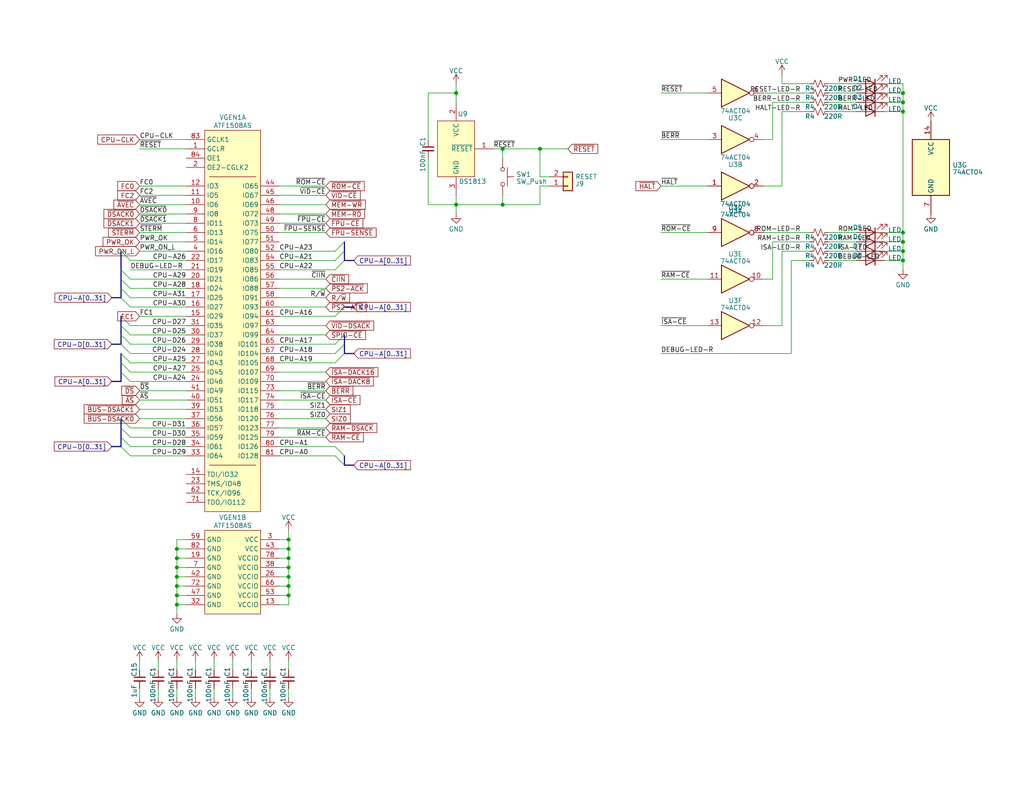
<source format=kicad_sch>
(kicad_sch (version 20230121) (generator eeschema)
  (paper "USLetter")
  (title_block (title "Wrap030-ATX Mainboard") (date "2023-03-26") (rev "1") (company "techav"))
  (junction (at 48.26 149.86))
  (junction (at 78.74 149.86))
  (junction (at 246.38 30.48))
  (junction (at 137.16 55.88))
  (junction (at 48.26 165.1))
  (junction (at 48.26 160.02))
  (junction (at 246.38 27.94))
  (junction (at 78.74 154.94))
  (junction (at 78.74 162.56))
  (junction (at 48.26 152.4))
  (junction (at 246.38 25.4))
  (junction (at 78.74 160.02))
  (junction (at 48.26 162.56))
  (junction (at 124.46 55.88))
  (junction (at 78.74 147.32))
  (junction (at 246.38 68.58))
  (junction (at 78.74 157.48))
  (junction (at 137.16 40.64))
  (junction (at 246.38 71.12))
  (junction (at 48.26 154.94))
  (junction (at 147.32 40.64))
  (junction (at 48.26 157.48))
  (junction (at 246.38 63.5))
  (junction (at 246.38 66.04))
  (junction (at 78.74 152.4))
  (junction (at 124.46 25.4))
  (bus_entry (at 93.98 68.58) (size -2.54 2.54))
  (bus_entry (at 93.98 66.04) (size -2.54 2.54))
  (bus_entry (at 33.02 93.98) (size 2.54 2.54))
  (bus_entry (at 33.02 114.3) (size 2.54 2.54))
  (bus_entry (at 33.02 99.06) (size 2.54 2.54))
  (bus_entry (at 93.98 127) (size -2.54 -2.54))
  (bus_entry (at 93.98 93.98) (size -2.54 2.54))
  (bus_entry (at 33.02 119.38) (size 2.54 2.54))
  (bus_entry (at 33.02 96.52) (size 2.54 2.54))
  (bus_entry (at 93.98 124.46) (size -2.54 -2.54))
  (bus_entry (at 93.98 83.82) (size -2.54 2.54))
  (bus_entry (at 33.02 86.36) (size 2.54 2.54))
  (bus_entry (at 33.02 116.84) (size 2.54 2.54))
  (bus_entry (at 93.98 91.44) (size -2.54 2.54))
  (bus_entry (at 93.98 71.12) (size -2.54 2.54))
  (bus_entry (at 33.02 91.44) (size 2.54 2.54))
  (bus_entry (at 33.02 88.9) (size 2.54 2.54))
  (bus_entry (at 33.02 81.28) (size 2.54 2.54))
  (bus_entry (at 33.02 68.58) (size 2.54 2.54))
  (bus_entry (at 93.98 96.52) (size -2.54 2.54))
  (bus_entry (at 33.02 73.66) (size 2.54 2.54))
  (bus_entry (at 33.02 121.92) (size 2.54 2.54))
  (bus_entry (at 33.02 101.6) (size 2.54 2.54))
  (bus_entry (at 33.02 78.74) (size 2.54 2.54))
  (bus_entry (at 33.02 76.2) (size 2.54 2.54))
  (wire (pts (xy 76.2 157.48) (xy 78.74 157.48)))
  (wire (pts (xy 48.26 165.1) (xy 48.26 167.64)))
  (bus (pts (xy 93.98 66.04) (xy 93.98 68.58)))
  (wire (pts (xy 48.26 149.86) (xy 50.8 149.86)))
  (wire (pts (xy 241.3 66.04) (xy 246.38 66.04)))
  (wire (pts (xy 76.2 160.02) (xy 78.74 160.02)))
  (bus (pts (xy 33.02 119.38) (xy 33.02 121.92)))
  (wire (pts (xy 241.3 68.58) (xy 246.38 68.58)))
  (bus (pts (xy 93.98 124.46) (xy 93.98 127)))
  (wire (pts (xy 50.8 81.28) (xy 35.56 81.28)))
  (wire (pts (xy 147.32 50.8) (xy 147.32 55.88)))
  (bus (pts (xy 33.02 81.28) (xy 30.48 81.28)))
  (wire (pts (xy 48.26 160.02) (xy 50.8 160.02)))
  (wire (pts (xy 149.86 50.8) (xy 147.32 50.8)))
  (wire (pts (xy 76.2 165.1) (xy 78.74 165.1)))
  (wire (pts (xy 76.2 154.94) (xy 78.74 154.94)))
  (wire (pts (xy 208.28 50.8) (xy 213.36 50.8)))
  (wire (pts (xy 76.2 149.86) (xy 78.74 149.86)))
  (wire (pts (xy 63.5 190.5) (xy 63.5 187.96)))
  (wire (pts (xy 88.9 101.6) (xy 76.2 101.6)))
  (wire (pts (xy 241.3 71.12) (xy 246.38 71.12)))
  (bus (pts (xy 33.02 91.44) (xy 33.02 93.98)))
  (wire (pts (xy 76.2 68.58) (xy 91.44 68.58)))
  (wire (pts (xy 137.16 43.18) (xy 137.16 40.64)))
  (wire (pts (xy 124.46 55.88) (xy 137.16 55.88)))
  (wire (pts (xy 48.26 154.94) (xy 50.8 154.94)))
  (wire (pts (xy 50.8 111.76) (xy 38.1 111.76)))
  (wire (pts (xy 50.8 106.68) (xy 38.1 106.68)))
  (bus (pts (xy 33.02 104.14) (xy 30.48 104.14)))
  (wire (pts (xy 88.9 60.96) (xy 76.2 60.96)))
  (wire (pts (xy 147.32 55.88) (xy 137.16 55.88)))
  (wire (pts (xy 213.36 20.32) (xy 213.36 22.86)))
  (wire (pts (xy 116.84 25.4) (xy 124.46 25.4)))
  (wire (pts (xy 88.9 88.9) (xy 76.2 88.9)))
  (wire (pts (xy 246.38 27.94) (xy 246.38 30.48)))
  (wire (pts (xy 88.9 109.22) (xy 76.2 109.22)))
  (wire (pts (xy 88.9 116.84) (xy 76.2 116.84)))
  (wire (pts (xy 124.46 22.86) (xy 124.46 25.4)))
  (wire (pts (xy 48.26 157.48) (xy 50.8 157.48)))
  (wire (pts (xy 213.36 50.8) (xy 213.36 30.48)))
  (wire (pts (xy 58.42 190.5) (xy 58.42 187.96)))
  (wire (pts (xy 124.46 53.34) (xy 124.46 55.88)))
  (wire (pts (xy 137.16 40.64) (xy 134.62 40.64)))
  (wire (pts (xy 50.8 93.98) (xy 35.56 93.98)))
  (bus (pts (xy 33.02 88.9) (xy 33.02 91.44)))
  (bus (pts (xy 93.98 71.12) (xy 96.52 71.12)))
  (wire (pts (xy 76.2 78.74) (xy 88.9 78.74)))
  (wire (pts (xy 48.26 149.86) (xy 48.26 152.4)))
  (wire (pts (xy 137.16 40.64) (xy 147.32 40.64)))
  (wire (pts (xy 124.46 55.88) (xy 124.46 58.42)))
  (wire (pts (xy 241.3 30.48) (xy 246.38 30.48)))
  (wire (pts (xy 43.18 190.5) (xy 43.18 187.96)))
  (wire (pts (xy 208.28 63.5) (xy 220.98 63.5)))
  (wire (pts (xy 88.9 119.38) (xy 76.2 119.38)))
  (wire (pts (xy 78.74 190.5) (xy 78.74 187.96)))
  (wire (pts (xy 76.2 93.98) (xy 91.44 93.98)))
  (bus (pts (xy 33.02 114.3) (xy 33.02 116.84)))
  (wire (pts (xy 210.82 38.1) (xy 210.82 27.94)))
  (wire (pts (xy 50.8 88.9) (xy 35.56 88.9)))
  (wire (pts (xy 246.38 25.4) (xy 246.38 27.94)))
  (wire (pts (xy 226.06 68.58) (xy 233.68 68.58)))
  (wire (pts (xy 78.74 144.78) (xy 78.74 147.32)))
  (wire (pts (xy 88.9 91.44) (xy 76.2 91.44)))
  (wire (pts (xy 76.2 124.46) (xy 91.44 124.46)))
  (bus (pts (xy 33.02 73.66) (xy 33.02 76.2)))
  (wire (pts (xy 38.1 38.1) (xy 50.8 38.1)))
  (wire (pts (xy 210.82 27.94) (xy 220.98 27.94)))
  (wire (pts (xy 76.2 99.06) (xy 91.44 99.06)))
  (wire (pts (xy 78.74 162.56) (xy 78.74 165.1)))
  (wire (pts (xy 88.9 106.68) (xy 76.2 106.68)))
  (wire (pts (xy 50.8 99.06) (xy 35.56 99.06)))
  (wire (pts (xy 241.3 63.5) (xy 246.38 63.5)))
  (wire (pts (xy 48.26 147.32) (xy 50.8 147.32)))
  (wire (pts (xy 50.8 124.46) (xy 35.56 124.46)))
  (wire (pts (xy 58.42 180.34) (xy 58.42 182.88)))
  (wire (pts (xy 180.34 50.8) (xy 193.04 50.8)))
  (wire (pts (xy 50.8 104.14) (xy 35.56 104.14)))
  (bus (pts (xy 30.48 93.98) (xy 33.02 93.98)))
  (wire (pts (xy 241.3 27.94) (xy 246.38 27.94)))
  (wire (pts (xy 88.9 53.34) (xy 76.2 53.34)))
  (wire (pts (xy 78.74 180.34) (xy 78.74 182.88)))
  (wire (pts (xy 233.68 66.04) (xy 226.06 66.04)))
  (wire (pts (xy 246.38 30.48) (xy 246.38 63.5)))
  (wire (pts (xy 48.26 147.32) (xy 48.26 149.86)))
  (wire (pts (xy 208.28 25.4) (xy 220.98 25.4)))
  (wire (pts (xy 246.38 63.5) (xy 246.38 66.04)))
  (wire (pts (xy 233.68 22.86) (xy 226.06 22.86)))
  (wire (pts (xy 116.84 25.4) (xy 116.84 38.1)))
  (wire (pts (xy 88.9 50.8) (xy 76.2 50.8)))
  (wire (pts (xy 226.06 30.48) (xy 233.68 30.48)))
  (wire (pts (xy 48.26 162.56) (xy 50.8 162.56)))
  (wire (pts (xy 180.34 88.9) (xy 193.04 88.9)))
  (wire (pts (xy 68.58 190.5) (xy 68.58 187.96)))
  (wire (pts (xy 180.34 38.1) (xy 193.04 38.1)))
  (wire (pts (xy 50.8 60.96) (xy 38.1 60.96)))
  (wire (pts (xy 116.84 43.18) (xy 116.84 55.88)))
  (wire (pts (xy 73.66 190.5) (xy 73.66 187.96)))
  (wire (pts (xy 246.38 71.12) (xy 246.38 73.66)))
  (wire (pts (xy 246.38 22.86) (xy 246.38 25.4)))
  (wire (pts (xy 124.46 25.4) (xy 124.46 27.94)))
  (wire (pts (xy 213.36 22.86) (xy 220.98 22.86)))
  (wire (pts (xy 246.38 68.58) (xy 246.38 71.12)))
  (wire (pts (xy 78.74 154.94) (xy 78.74 157.48)))
  (wire (pts (xy 226.06 63.5) (xy 233.68 63.5)))
  (bus (pts (xy 33.02 68.58) (xy 33.02 73.66)))
  (wire (pts (xy 210.82 66.04) (xy 220.98 66.04)))
  (wire (pts (xy 48.26 190.5) (xy 48.26 187.96)))
  (wire (pts (xy 50.8 71.12) (xy 35.56 71.12)))
  (wire (pts (xy 50.8 78.74) (xy 35.56 78.74)))
  (wire (pts (xy 76.2 73.66) (xy 91.44 73.66)))
  (wire (pts (xy 68.58 180.34) (xy 68.58 182.88)))
  (wire (pts (xy 213.36 88.9) (xy 213.36 68.58)))
  (wire (pts (xy 38.1 190.5) (xy 38.1 187.96)))
  (wire (pts (xy 50.8 76.2) (xy 35.56 76.2)))
  (wire (pts (xy 50.8 121.92) (xy 35.56 121.92)))
  (bus (pts (xy 33.02 86.36) (xy 33.02 88.9)))
  (wire (pts (xy 76.2 83.82) (xy 88.9 83.82)))
  (wire (pts (xy 53.34 190.5) (xy 53.34 187.96)))
  (wire (pts (xy 50.8 53.34) (xy 38.1 53.34)))
  (wire (pts (xy 137.16 55.88) (xy 137.16 53.34)))
  (wire (pts (xy 78.74 152.4) (xy 78.74 154.94)))
  (wire (pts (xy 76.2 121.92) (xy 91.44 121.92)))
  (wire (pts (xy 88.9 58.42) (xy 76.2 58.42)))
  (wire (pts (xy 48.26 152.4) (xy 50.8 152.4)))
  (wire (pts (xy 76.2 96.52) (xy 91.44 96.52)))
  (wire (pts (xy 213.36 68.58) (xy 220.98 68.58)))
  (wire (pts (xy 78.74 147.32) (xy 78.74 149.86)))
  (wire (pts (xy 180.34 76.2) (xy 193.04 76.2)))
  (wire (pts (xy 38.1 63.5) (xy 50.8 63.5)))
  (wire (pts (xy 50.8 58.42) (xy 38.1 58.42)))
  (wire (pts (xy 43.18 180.34) (xy 43.18 182.88)))
  (wire (pts (xy 246.38 66.04) (xy 246.38 68.58)))
  (wire (pts (xy 50.8 96.52) (xy 35.56 96.52)))
  (wire (pts (xy 226.06 25.4) (xy 233.68 25.4)))
  (wire (pts (xy 76.2 86.36) (xy 91.44 86.36)))
  (wire (pts (xy 116.84 55.88) (xy 124.46 55.88)))
  (wire (pts (xy 180.34 63.5) (xy 193.04 63.5)))
  (wire (pts (xy 78.74 160.02) (xy 78.74 162.56)))
  (wire (pts (xy 48.26 160.02) (xy 48.26 162.56)))
  (bus (pts (xy 93.98 127) (xy 96.52 127)))
  (wire (pts (xy 63.5 180.34) (xy 63.5 182.88)))
  (wire (pts (xy 38.1 66.04) (xy 50.8 66.04)))
  (wire (pts (xy 147.32 40.64) (xy 154.94 40.64)))
  (wire (pts (xy 50.8 114.3) (xy 38.1 114.3)))
  (wire (pts (xy 48.26 154.94) (xy 48.26 157.48)))
  (wire (pts (xy 233.68 27.94) (xy 226.06 27.94)))
  (wire (pts (xy 88.9 104.14) (xy 76.2 104.14)))
  (bus (pts (xy 93.98 91.44) (xy 93.98 93.98)))
  (wire (pts (xy 76.2 162.56) (xy 78.74 162.56)))
  (bus (pts (xy 33.02 101.6) (xy 33.02 104.14)))
  (bus (pts (xy 33.02 116.84) (xy 33.02 119.38)))
  (wire (pts (xy 48.26 180.34) (xy 48.26 182.88)))
  (wire (pts (xy 76.2 111.76) (xy 88.9 111.76)))
  (wire (pts (xy 48.26 165.1) (xy 50.8 165.1)))
  (wire (pts (xy 50.8 86.36) (xy 38.1 86.36)))
  (wire (pts (xy 213.36 30.48) (xy 220.98 30.48)))
  (wire (pts (xy 147.32 40.64) (xy 147.32 48.26)))
  (bus (pts (xy 30.48 121.92) (xy 33.02 121.92)))
  (wire (pts (xy 78.74 157.48) (xy 78.74 160.02)))
  (wire (pts (xy 50.8 91.44) (xy 35.56 91.44)))
  (wire (pts (xy 180.34 96.52) (xy 215.9 96.52)))
  (wire (pts (xy 48.26 157.48) (xy 48.26 160.02)))
  (wire (pts (xy 50.8 50.8) (xy 38.1 50.8)))
  (wire (pts (xy 50.8 101.6) (xy 35.56 101.6)))
  (wire (pts (xy 53.34 180.34) (xy 53.34 182.88)))
  (wire (pts (xy 208.28 88.9) (xy 213.36 88.9)))
  (wire (pts (xy 38.1 40.64) (xy 50.8 40.64)))
  (bus (pts (xy 33.02 99.06) (xy 33.02 101.6)))
  (wire (pts (xy 48.26 162.56) (xy 48.26 165.1)))
  (wire (pts (xy 88.9 55.88) (xy 76.2 55.88)))
  (bus (pts (xy 93.98 68.58) (xy 93.98 71.12)))
  (wire (pts (xy 220.98 71.12) (xy 215.9 71.12)))
  (wire (pts (xy 76.2 114.3) (xy 88.9 114.3)))
  (bus (pts (xy 93.98 83.82) (xy 96.52 83.82)))
  (wire (pts (xy 76.2 147.32) (xy 78.74 147.32)))
  (wire (pts (xy 76.2 81.28) (xy 88.9 81.28)))
  (wire (pts (xy 73.66 180.34) (xy 73.66 182.88)))
  (wire (pts (xy 38.1 55.88) (xy 50.8 55.88)))
  (wire (pts (xy 241.3 25.4) (xy 246.38 25.4)))
  (wire (pts (xy 226.06 71.12) (xy 233.68 71.12)))
  (wire (pts (xy 50.8 119.38) (xy 35.56 119.38)))
  (wire (pts (xy 76.2 63.5) (xy 88.9 63.5)))
  (wire (pts (xy 149.86 48.26) (xy 147.32 48.26)))
  (bus (pts (xy 33.02 76.2) (xy 33.02 78.74)))
  (wire (pts (xy 180.34 25.4) (xy 193.04 25.4)))
  (bus (pts (xy 93.98 96.52) (xy 96.52 96.52)))
  (wire (pts (xy 210.82 76.2) (xy 210.82 66.04)))
  (wire (pts (xy 38.1 68.58) (xy 50.8 68.58)))
  (bus (pts (xy 33.02 96.52) (xy 33.02 99.06)))
  (bus (pts (xy 33.02 78.74) (xy 33.02 81.28)))
  (wire (pts (xy 208.28 76.2) (xy 210.82 76.2)))
  (wire (pts (xy 76.2 71.12) (xy 91.44 71.12)))
  (wire (pts (xy 78.74 149.86) (xy 78.74 152.4)))
  (wire (pts (xy 38.1 180.34) (xy 38.1 182.88)))
  (wire (pts (xy 50.8 116.84) (xy 35.56 116.84)))
  (wire (pts (xy 88.9 76.2) (xy 76.2 76.2)))
  (wire (pts (xy 215.9 71.12) (xy 215.9 96.52)))
  (wire (pts (xy 50.8 83.82) (xy 35.56 83.82)))
  (wire (pts (xy 208.28 38.1) (xy 210.82 38.1)))
  (wire (pts (xy 241.3 22.86) (xy 246.38 22.86)))
  (bus (pts (xy 93.98 93.98) (xy 93.98 96.52)))
  (wire (pts (xy 35.56 73.66) (xy 50.8 73.66)))
  (wire (pts (xy 50.8 109.22) (xy 38.1 109.22)))
  (wire (pts (xy 48.26 152.4) (xy 48.26 154.94)))
  (wire (pts (xy 76.2 152.4) (xy 78.74 152.4)))
  (label "~{CIIN}" (at 88.9 76.2 180))
  (label "CPU-A27" (at 50.8 101.6 180))
  (label "CPU-CLK" (at 38.1 38.1 0))
  (label "~{RESET}" (at 38.1 40.64 0))
  (label "CPU-A31" (at 50.8 81.28 180))
  (label "FC2" (at 38.1 53.34 0))
  (label "RAM-LED" (at 228.6 66.04 0))
  (label "SIZ1" (at 88.9 111.76 180))
  (label "CPU-A30" (at 50.8 83.82 180))
  (label "CPU-A17" (at 76.2 93.98 0))
  (label "CPU-A25" (at 50.8 99.06 180))
  (label "CPU-A1" (at 76.2 121.92 0))
  (label "PWR-LED" (at 228.6 22.86 0))
  (label "CPU-A16" (at 76.2 86.36 0))
  (label "BERR-LED-R" (at 218.44 27.94 180))
  (label "R{slash}~{W}" (at 88.9 81.28 180))
  (label "~{AVEC}" (at 38.1 55.88 0))
  (label "~{ROM-CE}" (at 180.34 63.5 0))
  (label "CPU-D25" (at 50.8 91.44 180))
  (label "CPU-D28" (at 50.8 121.92 180))
  (label "~{RAM-CE}" (at 88.9 119.38 180))
  (label "CPU-A19" (at 76.2 99.06 0))
  (label "SIZ0" (at 88.9 114.3 180))
  (label "~{BERR}" (at 88.9 106.68 180))
  (label "~{RESET}" (at 180.34 25.4 0))
  (label "~{HALT}" (at 180.34 50.8 0))
  (label "~{FPU-CE}" (at 88.9 60.96 180))
  (label "BERR-LED" (at 228.6 27.94 0))
  (label "CPU-A29" (at 50.8 76.2 180))
  (label "CPU-D29" (at 50.8 124.46 180))
  (label "~{DS}" (at 38.1 106.68 0))
  (label "~{FPU-SENSE}" (at 88.9 63.5 180))
  (label "CPU-A21" (at 76.2 71.12 0))
  (label "~{RAM-CE}" (at 180.34 76.2 0))
  (label "CPU-A22" (at 76.2 73.66 0))
  (label "ISA-LED" (at 228.6 68.58 0))
  (label "~{BERR}" (at 180.34 38.1 0))
  (label "~{STERM}" (at 38.1 63.5 0))
  (label "~{AS}" (at 38.1 109.22 0))
  (label "FC0" (at 38.1 50.8 0))
  (label "CPU-D31" (at 50.8 116.84 180))
  (label "CPU-A24" (at 50.8 104.14 180))
  (label "CPU-A28" (at 50.8 78.74 180))
  (label "~{DSACK0}" (at 38.1 58.42 0))
  (label "CPU-D24" (at 50.8 96.52 180))
  (label "~{ROM-CE}" (at 88.9 50.8 180))
  (label "CPU-A0" (at 76.2 124.46 0))
  (label "ISA-LED-R" (at 218.44 68.58 180))
  (label "CPU-D30" (at 50.8 119.38 180))
  (label "~{VID-CE}" (at 88.9 53.34 180))
  (label "HALT-LED" (at 228.6 30.48 0))
  (label "CPU-A18" (at 76.2 96.52 0))
  (label "CPU-A26" (at 50.8 71.12 180))
  (label "PWR_ON_L" (at 38.1 68.58 0))
  (label "DEBUG-LED-R" (at 35.56 73.66 0))
  (label "DEBUG-LED-R" (at 180.34 96.52 0))
  (label "RESET-LED" (at 228.6 25.4 0))
  (label "DEBUG-LED" (at 228.6 71.12 0))
  (label "~{DSACK1}" (at 38.1 60.96 0))
  (label "PWR_OK" (at 38.1 66.04 0))
  (label "ROM-LED" (at 228.6 63.5 0))
  (label "~{ISA-CE}" (at 180.34 88.9 0))
  (label "~{RESET}" (at 134.62 40.64 0))
  (label "FC1" (at 38.1 86.36 0))
  (label "RAM-LED-R" (at 218.44 66.04 180))
  (label "~{ISA-CE}" (at 88.9 109.22 180))
  (label "CPU-A23" (at 76.2 68.58 0))
  (label "HALT-LED-R" (at 218.44 30.48 180))
  (label "CPU-D26" (at 50.8 93.98 180))
  (label "CPU-D27" (at 50.8 88.9 180))
  (label "RESET-LED-R" (at 218.44 25.4 180))
  (label "ROM-LED-R" (at 218.44 63.5 180))
  (global_label "~{ISA-CE}" (shape input) (at 88.9 109.22 0) (property "Intersheetrefs" "${INTERSHEET_REFS}" (effects hide)))
  (global_label "~{ROM-CE}" (shape input) (at 88.9 50.8 0) (property "Intersheetrefs" "${INTERSHEET_REFS}" (effects hide)))
  (global_label "~{RESET}" (shape input) (at 154.94 40.64 0) (property "Intersheetrefs" "${INTERSHEET_REFS}" (effects hide)))
  (global_label "~{AS}" (shape input) (at 38.1 109.22 180) (property "Intersheetrefs" "${INTERSHEET_REFS}" (effects hide)))
  (global_label "~{BUS-DSACK1}" (shape input) (at 38.1 111.76 180) (property "Intersheetrefs" "${INTERSHEET_REFS}" (effects hide)))
  (global_label "~{PS2-ATN}" (shape input) (at 88.9 83.82 0) (property "Intersheetrefs" "${INTERSHEET_REFS}" (effects hide)))
  (global_label "~{DS}" (shape input) (at 38.1 106.68 180) (property "Intersheetrefs" "${INTERSHEET_REFS}" (effects hide)))
  (global_label "FC1" (shape input) (at 38.1 86.36 180) (property "Intersheetrefs" "${INTERSHEET_REFS}" (effects hide)))
  (global_label "CPU-A[0..31]" (shape input) (at 96.52 96.52 0) (property "Intersheetrefs" "${INTERSHEET_REFS}" (effects hide)))
  (global_label "~{FPU-SENSE}" (shape input) (at 88.9 63.5 0) (property "Intersheetrefs" "${INTERSHEET_REFS}" (effects hide)))
  (global_label "SIZ0" (shape input) (at 88.9 114.3 0) (property "Intersheetrefs" "${INTERSHEET_REFS}" (effects hide)))
  (global_label "CPU-D[0..31]" (shape input) (at 30.48 93.98 180) (property "Intersheetrefs" "${INTERSHEET_REFS}" (effects hide)))
  (global_label "~{CIIN}" (shape input) (at 88.9 76.2 0) (property "Intersheetrefs" "${INTERSHEET_REFS}" (effects hide)))
  (global_label "~{PS2-ACK}" (shape input) (at 88.9 78.74 0) (property "Intersheetrefs" "${INTERSHEET_REFS}" (effects hide)))
  (global_label "~{MEM-WR}" (shape input) (at 88.9 55.88 0) (property "Intersheetrefs" "${INTERSHEET_REFS}" (effects hide)))
  (global_label "SIZ1" (shape input) (at 88.9 111.76 0) (property "Intersheetrefs" "${INTERSHEET_REFS}" (effects hide)))
  (global_label "~{DSACK1}" (shape input) (at 38.1 60.96 180) (property "Intersheetrefs" "${INTERSHEET_REFS}" (effects hide)))
  (global_label "~{AVEC}" (shape input) (at 38.1 55.88 180) (property "Intersheetrefs" "${INTERSHEET_REFS}" (effects hide)))
  (global_label "~{SPIO-CE}" (shape input) (at 88.9 91.44 0) (property "Intersheetrefs" "${INTERSHEET_REFS}" (effects hide)))
  (global_label "PWR_ON_L" (shape input) (at 38.1 68.58 180) (property "Intersheetrefs" "${INTERSHEET_REFS}" (effects hide)))
  (global_label "CPU-A[0..31]" (shape input) (at 96.52 71.12 0) (property "Intersheetrefs" "${INTERSHEET_REFS}" (effects hide)))
  (global_label "~{BERR}" (shape input) (at 88.9 106.68 0) (property "Intersheetrefs" "${INTERSHEET_REFS}" (effects hide)))
  (global_label "~{FPU-CE}" (shape input) (at 88.9 60.96 0) (property "Intersheetrefs" "${INTERSHEET_REFS}" (effects hide)))
  (global_label "~{MEM-RD}" (shape input) (at 88.9 58.42 0) (property "Intersheetrefs" "${INTERSHEET_REFS}" (effects hide)))
  (global_label "CPU-A[0..31]" (shape input) (at 30.48 104.14 180) (property "Intersheetrefs" "${INTERSHEET_REFS}" (effects hide)))
  (global_label "~{ISA-DACK16}" (shape input) (at 88.9 101.6 0) (property "Intersheetrefs" "${INTERSHEET_REFS}" (effects hide)))
  (global_label "CPU-D[0..31]" (shape input) (at 30.48 121.92 180) (property "Intersheetrefs" "${INTERSHEET_REFS}" (effects hide)))
  (global_label "~{VID-CE}" (shape input) (at 88.9 53.34 0) (property "Intersheetrefs" "${INTERSHEET_REFS}" (effects hide)))
  (global_label "~{HALT}" (shape input) (at 180.34 50.8 180) (property "Intersheetrefs" "${INTERSHEET_REFS}" (effects hide)))
  (global_label "~{ISA-DACK8}" (shape input) (at 88.9 104.14 0) (property "Intersheetrefs" "${INTERSHEET_REFS}" (effects hide)))
  (global_label "~{RAM-DSACK}" (shape input) (at 88.9 116.84 0) (property "Intersheetrefs" "${INTERSHEET_REFS}" (effects hide)))
  (global_label "CPU-A[0..31]" (shape input) (at 96.52 127 0) (property "Intersheetrefs" "${INTERSHEET_REFS}" (effects hide)))
  (global_label "CPU-A[0..31]" (shape input) (at 96.52 83.82 0) (property "Intersheetrefs" "${INTERSHEET_REFS}" (effects hide)))
  (global_label "~{VID-DSACK}" (shape input) (at 88.9 88.9 0) (property "Intersheetrefs" "${INTERSHEET_REFS}" (effects hide)))
  (global_label "~{DSACK0}" (shape input) (at 38.1 58.42 180) (property "Intersheetrefs" "${INTERSHEET_REFS}" (effects hide)))
  (global_label "CPU-CLK" (shape input) (at 38.1 38.1 180) (property "Intersheetrefs" "${INTERSHEET_REFS}" (effects hide)))
  (global_label "FC0" (shape input) (at 38.1 50.8 180) (property "Intersheetrefs" "${INTERSHEET_REFS}" (effects hide)))
  (global_label "PWR_OK" (shape input) (at 38.1 66.04 180) (property "Intersheetrefs" "${INTERSHEET_REFS}" (effects hide)))
  (global_label "~{RAM-CE}" (shape input) (at 88.9 119.38 0) (property "Intersheetrefs" "${INTERSHEET_REFS}" (effects hide)))
  (global_label "~{BUS-DSACK0}" (shape input) (at 38.1 114.3 180) (property "Intersheetrefs" "${INTERSHEET_REFS}" (effects hide)))
  (global_label "R{slash}~{W}" (shape input) (at 88.9 81.28 0) (property "Intersheetrefs" "${INTERSHEET_REFS}" (effects hide)))
  (global_label "CPU-A[0..31]" (shape input) (at 30.48 81.28 180) (property "Intersheetrefs" "${INTERSHEET_REFS}" (effects hide)))
  (global_label "~{STERM}" (shape input) (at 38.1 63.5 180) (property "Intersheetrefs" "${INTERSHEET_REFS}" (effects hide)))
  (global_label "FC2" (shape input) (at 38.1 53.34 180) (property "Intersheetrefs" "${INTERSHEET_REFS}" (effects hide)))
  (symbol (lib_id "Device:LED") (at 237.49 27.94 180) (unit 1)
    (property "Reference" "D3" (at 233.9975 26.5811 0))
    (property "Value" "LED" (at 244.1575 27.2321 0))
    (property "Footprint" "LED_THT:LED_D3.0mm" (effects hide))
    (property "Mouser-Part" "859-LTL1CHJETNN" (effects hide))
    (property "Notes" "OFE" (effects hide))
  )
  (symbol (lib_id "power:VCC") (at 78.74 144.78 0) (unit 1)
    (property "Reference" "#PWR046" (effects hide))
    (property "Value" "VCC" (at 78.74 141.2781 0))
    (instances (project "Wrap030-ATX" (path "" (reference "#PWR046") (unit 1)) (path "" (reference "#PWR0132") (unit 1))))
  )
  (symbol (lib_id "Device:LED") (at 237.49 66.04 180) (unit 1)
    (property "Reference" "D6" (at 233.9975 64.6811 0))
    (property "Value" "LED" (at 244.1575 65.3321 0))
    (property "Footprint" "LED_THT:LED_D3.0mm" (effects hide))
    (property "Mouser-Part" "859-LTL1CHJETNN" (effects hide))
    (property "Notes" "OFE" (effects hide))
  )
  (symbol (lib_id "Device:C_Small") (at 58.42 185.42 0) (unit 1)
    (property "Reference" "C1" (at 56.9341 184.7826 90) (effects (justify left)))
    (property "Value" "100nF" (at 56.9341 191.7836 90) (effects (justify left)))
    (property "Footprint" "Capacitor_SMD:C_0402_1005Metric_Pad0.74x0.62mm_HandSolder" (effects hide))
    (property "JLC-Part" "https://jlcpcb.com/partdetail/1877-CL05B104KO5NNNC/C1525" (effects hide))
    (property "Mouser-Part" "187-CL05B104KO5NNNC" (effects hide))
    (property "Notes" "JLC" (effects hide))
    (instances (project "Wrap030-ATX" (path "" (reference "C1") (unit 1)) (path "" (reference "C23") (unit 1)) (path "" (reference "C46") (unit 1))))
  )
  (symbol (lib_id "power:VCC") (at 38.1 180.34 0) (unit 1)
    (property "Reference" "#PWR031" (effects hide))
    (property "Value" "VCC" (at 38.1 176.8381 0))
    (instances (project "Wrap030-ATX" (path "" (reference "#PWR031") (unit 1)) (path "" (reference "#PWR047") (unit 1)) (path "" (reference "#PWR0115") (unit 1))))
  )
  (symbol (lib_id "Device:R_Small_US") (at 223.52 22.86 90) (unit 1)
    (property "Reference" "R4" (at 220.98 24.13 90))
    (property "Value" "220R" (at 227.33 24.13 90))
    (property "Footprint" "Resistor_SMD:R_0402_1005Metric_Pad0.72x0.64mm_HandSolder" (effects hide))
    (property "JLC-Part" "https://jlcpcb.com/partdetail/25834-0402WGF2200TCE/C25091" (effects hide))
    (property "Mouser-Part" "303-0402WGF2200TCE" (effects hide))
    (property "Notes" "JLC" (effects hide))
    (instances (project "Wrap030-ATX" (path "" (reference "R4") (unit 1)) (path "" (reference "R5") (unit 1))))
  )
  (symbol (lib_id "power:GND") (at 58.42 190.5 0) (unit 1)
    (property "Reference" "#PWR04" (effects hide))
    (property "Value" "GND" (at 58.42 194.6355 0))
    (instances (project "Wrap030-ATX" (path "" (reference "#PWR04") (unit 1)) (path "" (reference "#PWR056") (unit 1)) (path "" (reference "#PWR0125") (unit 1))))
  )
  (symbol (lib_id "power:VCC") (at 124.46 22.86 0) (unit 1)
    (property "Reference" "#PWR03" (effects hide))
    (property "Value" "VCC" (at 124.46 19.3581 0))
    (instances (project "Wrap030-ATX" (path "" (reference "#PWR03") (unit 1)) (path "" (reference "#PWR063") (unit 1)) (path "" (reference "#PWR0179") (unit 1))))
  )
  (symbol (lib_id "Device:R_Small_US") (at 223.52 68.58 90) (unit 1)
    (property "Reference" "R4" (at 220.98 69.85 90))
    (property "Value" "220R" (at 227.33 69.85 90))
    (property "Footprint" "Resistor_SMD:R_0402_1005Metric_Pad0.72x0.64mm_HandSolder" (effects hide))
    (property "JLC-Part" "https://jlcpcb.com/partdetail/25834-0402WGF2200TCE/C25091" (effects hide))
    (property "Mouser-Part" "303-0402WGF2200TCE" (effects hide))
    (property "Notes" "JLC" (effects hide))
    (instances (project "Wrap030-ATX" (path "" (reference "R4") (unit 1)) (path "" (reference "R11") (unit 1))))
  )
  (symbol (lib_id "Device:C_Small") (at 78.74 185.42 0) (unit 1)
    (property "Reference" "C1" (at 77.2541 184.7826 90) (effects (justify left)))
    (property "Value" "100nF" (at 77.2541 191.7836 90) (effects (justify left)))
    (property "Footprint" "Capacitor_SMD:C_0402_1005Metric_Pad0.74x0.62mm_HandSolder" (effects hide))
    (property "JLC-Part" "https://jlcpcb.com/partdetail/1877-CL05B104KO5NNNC/C1525" (effects hide))
    (property "Mouser-Part" "187-CL05B104KO5NNNC" (effects hide))
    (property "Notes" "JLC" (effects hide))
    (instances (project "Wrap030-ATX" (path "" (reference "C1") (unit 1)) (path "" (reference "C27") (unit 1)) (path "" (reference "C50") (unit 1))))
  )
  (symbol (lib_id "Device:R_Small_US") (at 223.52 71.12 90) (unit 1)
    (property "Reference" "R4" (at 220.98 72.39 90))
    (property "Value" "220R" (at 227.33 72.39 90))
    (property "Footprint" "Resistor_SMD:R_0402_1005Metric_Pad0.72x0.64mm_HandSolder" (effects hide))
    (property "JLC-Part" "https://jlcpcb.com/partdetail/25834-0402WGF2200TCE/C25091" (effects hide))
    (property "Mouser-Part" "303-0402WGF2200TCE" (effects hide))
    (property "Notes" "JLC" (effects hide))
    (instances (project "Wrap030-ATX" (path "" (reference "R4") (unit 1)) (path "" (reference "R12") (unit 1))))
  )
  (symbol (lib_id "Device:LED") (at 237.49 30.48 180) (unit 1)
    (property "Reference" "D4" (at 233.9975 29.1211 0))
    (property "Value" "LED" (at 244.1575 29.7721 0))
    (property "Footprint" "LED_THT:LED_D3.0mm" (effects hide))
    (property "Mouser-Part" "859-LTL1CHJETNN" (effects hide))
    (property "Notes" "OFE" (effects hide))
  )
  (symbol (lib_id "power:GND") (at 254 58.42 0) (unit 1)
    (property "Reference" "#PWR045" (effects hide))
    (property "Value" "GND" (at 254 62.5555 0))
    (instances (project "Wrap030-ATX" (path "" (reference "#PWR045") (unit 1)) (path "" (reference "#PWR0137") (unit 1))))
  )
  (symbol (lib_id "Device:C_Small") (at 48.26 185.42 0) (unit 1)
    (property "Reference" "C1" (at 46.7741 184.7826 90) (effects (justify left)))
    (property "Value" "100nF" (at 46.7741 191.7836 90) (effects (justify left)))
    (property "Footprint" "Capacitor_SMD:C_0402_1005Metric_Pad0.74x0.62mm_HandSolder" (effects hide))
    (property "JLC-Part" "https://jlcpcb.com/partdetail/1877-CL05B104KO5NNNC/C1525" (effects hide))
    (property "Mouser-Part" "187-CL05B104KO5NNNC" (effects hide))
    (property "Notes" "JLC" (effects hide))
    (instances (project "Wrap030-ATX" (path "" (reference "C1") (unit 1)) (path "" (reference "C21") (unit 1)) (path "" (reference "C44") (unit 1))))
  )
  (symbol (lib_id "Device:C_Small") (at 53.34 185.42 0) (unit 1)
    (property "Reference" "C1" (at 51.8541 184.7826 90) (effects (justify left)))
    (property "Value" "100nF" (at 51.8541 191.7836 90) (effects (justify left)))
    (property "Footprint" "Capacitor_SMD:C_0402_1005Metric_Pad0.74x0.62mm_HandSolder" (effects hide))
    (property "JLC-Part" "https://jlcpcb.com/partdetail/1877-CL05B104KO5NNNC/C1525" (effects hide))
    (property "Mouser-Part" "187-CL05B104KO5NNNC" (effects hide))
    (property "Notes" "JLC" (effects hide))
    (instances (project "Wrap030-ATX" (path "" (reference "C1") (unit 1)) (path "" (reference "C22") (unit 1)) (path "" (reference "C45") (unit 1))))
  )
  (symbol (lib_id "74xx:74HCT04") (at 254 45.72 0) (unit 7)
    (property "Reference" "U3" (at 259.842 45.0763 0) (effects (justify left)))
    (property "Value" "74ACT04" (at 259.842 46.9973 0) (effects (justify left)))
    (property "Footprint" "Package_DIP:DIP-14_W7.62mm_Socket" (effects hide))
    (property "Datasheet" "https://assets.nexperia.com/documents/data-sheet/74HC_HCT04.pdf" (effects hide))
    (property "Mouser-Part" "595-SN74ACT04N" (effects hide))
    (property "Notes" "OFE" (effects hide))
    (property "Socket-Mouser" "571-1-2199298-3" (effects hide))
  )
  (symbol (lib_id "Device:C_Small") (at 73.66 185.42 0) (unit 1)
    (property "Reference" "C1" (at 72.1741 184.7826 90) (effects (justify left)))
    (property "Value" "100nF" (at 72.1741 191.7836 90) (effects (justify left)))
    (property "Footprint" "Capacitor_SMD:C_0402_1005Metric_Pad0.74x0.62mm_HandSolder" (effects hide))
    (property "JLC-Part" "https://jlcpcb.com/partdetail/1877-CL05B104KO5NNNC/C1525" (effects hide))
    (property "Mouser-Part" "187-CL05B104KO5NNNC" (effects hide))
    (property "Notes" "JLC" (effects hide))
    (instances (project "Wrap030-ATX" (path "" (reference "C1") (unit 1)) (path "" (reference "C26") (unit 1)) (path "" (reference "C49") (unit 1))))
  )
  (symbol (lib_id "power:VCC") (at 68.58 180.34 0) (unit 1)
    (property "Reference" "#PWR03" (effects hide))
    (property "Value" "VCC" (at 68.58 176.8381 0))
    (instances (project "Wrap030-ATX" (path "" (reference "#PWR03") (unit 1)) (path "" (reference "#PWR059") (unit 1)) (path "" (reference "#PWR0128") (unit 1))))
  )
  (symbol (lib_id "power:VCC") (at 78.74 180.34 0) (unit 1)
    (property "Reference" "#PWR03" (effects hide))
    (property "Value" "VCC" (at 78.74 176.8381 0))
    (instances (project "Wrap030-ATX" (path "" (reference "#PWR03") (unit 1)) (path "" (reference "#PWR063") (unit 1)) (path "" (reference "#PWR0133") (unit 1))))
  )
  (symbol (lib_id "power:GND") (at 53.34 190.5 0) (unit 1)
    (property "Reference" "#PWR04" (effects hide))
    (property "Value" "GND" (at 53.34 194.6355 0))
    (instances (project "Wrap030-ATX" (path "" (reference "#PWR04") (unit 1)) (path "" (reference "#PWR054") (unit 1)) (path "" (reference "#PWR0123") (unit 1))))
  )
  (symbol (lib_id "power:GND") (at 43.18 190.5 0) (unit 1)
    (property "Reference" "#PWR04" (effects hide))
    (property "Value" "GND" (at 43.18 194.6355 0))
    (instances (project "Wrap030-ATX" (path "" (reference "#PWR04") (unit 1)) (path "" (reference "#PWR050") (unit 1)) (path "" (reference "#PWR0118") (unit 1))))
  )
  (symbol (lib_id "power:GND") (at 68.58 190.5 0) (unit 1)
    (property "Reference" "#PWR04" (effects hide))
    (property "Value" "GND" (at 68.58 194.6355 0))
    (instances (project "Wrap030-ATX" (path "" (reference "#PWR04") (unit 1)) (path "" (reference "#PWR060") (unit 1)) (path "" (reference "#PWR0129") (unit 1))))
  )
  (symbol (lib_id "power:VCC") (at 43.18 180.34 0) (unit 1)
    (property "Reference" "#PWR03" (effects hide))
    (property "Value" "VCC" (at 43.18 176.8381 0))
    (instances (project "Wrap030-ATX" (path "" (reference "#PWR03") (unit 1)) (path "" (reference "#PWR049") (unit 1)) (path "" (reference "#PWR0117") (unit 1))))
  )
  (symbol (lib_id "Device:LED") (at 237.49 22.86 180) (unit 1)
    (property "Reference" "D1" (at 233.9975 21.5011 0))
    (property "Value" "LED" (at 244.1575 22.1521 0))
    (property "Footprint" "LED_THT:LED_D3.0mm" (effects hide))
    (property "Mouser-Part" "859-LTL1CHJETNN" (effects hide))
    (property "Notes" "OFE" (effects hide))
  )
  (symbol (lib_id "power:GND") (at 48.26 167.64 0) (unit 1)
    (property "Reference" "#PWR045" (effects hide))
    (property "Value" "GND" (at 48.26 171.7755 0))
    (instances (project "Wrap030-ATX" (path "" (reference "#PWR045") (unit 1)) (path "" (reference "#PWR0119") (unit 1))))
  )
  (symbol (lib_id "power:VCC") (at 73.66 180.34 0) (unit 1)
    (property "Reference" "#PWR03" (effects hide))
    (property "Value" "VCC" (at 73.66 176.8381 0))
    (instances (project "Wrap030-ATX" (path "" (reference "#PWR03") (unit 1)) (path "" (reference "#PWR061") (unit 1)) (path "" (reference "#PWR0130") (unit 1))))
  )
  (symbol (lib_id "power:GND") (at 38.1 190.5 0) (unit 1)
    (property "Reference" "#PWR032" (effects hide))
    (property "Value" "GND" (at 38.1 194.6355 0))
    (instances (project "Wrap030-ATX" (path "" (reference "#PWR032") (unit 1)) (path "" (reference "#PWR048") (unit 1)) (path "" (reference "#PWR0116") (unit 1))))
  )
  (symbol (lib_id "power:GND") (at 124.46 58.42 0) (unit 1)
    (property "Reference" "#PWR04" (effects hide))
    (property "Value" "GND" (at 124.46 62.5555 0))
    (instances (project "Wrap030-ATX" (path "" (reference "#PWR04") (unit 1)) (path "" (reference "#PWR064") (unit 1)) (path "" (reference "#PWR0180") (unit 1))))
  )
  (symbol (lib_id "power:VCC") (at 254 33.02 0) (unit 1)
    (property "Reference" "#PWR046" (effects hide))
    (property "Value" "VCC" (at 254 29.5181 0))
    (instances (project "Wrap030-ATX" (path "" (reference "#PWR046") (unit 1)) (path "" (reference "#PWR0136") (unit 1))))
  )
  (symbol (lib_id "Wrap030-ATX:ATF1508AS") (at 63.5 35.56 0) (unit 1)
    (property "Reference" "VGEN1" (at 63.5 32.0581 0))
    (property "Value" "ATF1508AS" (at 63.5 34.29 0))
    (property "Footprint" "Package_LCC:PLCC-84_THT-Socket" (effects hide))
    (property "Mouser-Part" "556-ATF1508AS-10JU84" (effects hide))
    (property "Notes" "OFE" (effects hide))
    (property "Socket-Mouser" "575-948424" (effects hide))
    (instances (project "Wrap030-ATX" (path "" (reference "VGEN1") (unit 1)) (path "" (reference "GLUE1") (unit 1))))
  )
  (symbol (lib_id "Device:C_Small") (at 38.1 185.42 0) (unit 1)
    (property "Reference" "C15" (at 36.6141 184.7826 90) (effects (justify left)))
    (property "Value" "1uF" (at 36.6141 190.5136 90) (effects (justify left)))
    (property "Footprint" "Capacitor_SMD:C_0402_1005Metric_Pad0.74x0.62mm_HandSolder" (effects hide))
    (property "JLC-Part" "https://jlcpcb.com/partdetail/53938-CL05A105KA5NQNC/C52923" (effects hide))
    (property "Mouser-Part" "187-CL05A105KA5NQNC" (effects hide))
    (property "Notes" "JLC" (effects hide))
    (instances (project "Wrap030-ATX" (path "" (reference "C15") (unit 1)) (path "" (reference "C19") (unit 1)) (path "" (reference "C42") (unit 1))))
  )
  (symbol (lib_id "power:GND") (at 246.38 73.66 0) (unit 1)
    (property "Reference" "#PWR0135" (effects hide))
    (property "Value" "GND" (at 246.38 77.7955 0))
  )
  (symbol (lib_id "Device:R_Small_US") (at 223.52 66.04 90) (unit 1)
    (property "Reference" "R4" (at 220.98 67.31 90))
    (property "Value" "220R" (at 227.33 67.31 90))
    (property "Footprint" "Resistor_SMD:R_0402_1005Metric_Pad0.72x0.64mm_HandSolder" (effects hide))
    (property "JLC-Part" "https://jlcpcb.com/partdetail/25834-0402WGF2200TCE/C25091" (effects hide))
    (property "Mouser-Part" "303-0402WGF2200TCE" (effects hide))
    (property "Notes" "JLC" (effects hide))
    (instances (project "Wrap030-ATX" (path "" (reference "R4") (unit 1)) (path "" (reference "R10") (unit 1))))
  )
  (symbol (lib_id "power:VCC") (at 58.42 180.34 0) (unit 1)
    (property "Reference" "#PWR03" (effects hide))
    (property "Value" "VCC" (at 58.42 176.8381 0))
    (instances (project "Wrap030-ATX" (path "" (reference "#PWR03") (unit 1)) (path "" (reference "#PWR055") (unit 1)) (path "" (reference "#PWR0124") (unit 1))))
  )
  (symbol (lib_id "74xx:74HCT04") (at 200.66 76.2 0) (unit 5)
    (property "Reference" "U3" (at 200.66 69.3801 0))
    (property "Value" "74ACT04" (at 200.66 71.3011 0))
    (property "Footprint" "Package_DIP:DIP-14_W7.62mm_Socket" (effects hide))
    (property "Datasheet" "https://assets.nexperia.com/documents/data-sheet/74HC_HCT04.pdf" (effects hide))
    (property "Mouser-Part" "595-SN74ACT04N" (effects hide))
    (property "Notes" "OFE" (effects hide))
    (property "Socket-Mouser" "571-1-2199298-3" (effects hide))
  )
  (symbol (lib_id "power:VCC") (at 53.34 180.34 0) (unit 1)
    (property "Reference" "#PWR03" (effects hide))
    (property "Value" "VCC" (at 53.34 176.8381 0))
    (instances (project "Wrap030-ATX" (path "" (reference "#PWR03") (unit 1)) (path "" (reference "#PWR053") (unit 1)) (path "" (reference "#PWR0122") (unit 1))))
  )
  (symbol (lib_id "74xx:74HCT04") (at 200.66 38.1 0) (mirror x) (unit 2)
    (property "Reference" "U3" (at 200.66 44.9199 0))
    (property "Value" "74ACT04" (at 200.66 42.9989 0))
    (property "Footprint" "Package_DIP:DIP-14_W7.62mm_Socket" (effects hide))
    (property "Datasheet" "https://assets.nexperia.com/documents/data-sheet/74HC_HCT04.pdf" (effects hide))
    (property "Mouser-Part" "595-SN74ACT04N" (effects hide))
    (property "Notes" "OFE" (effects hide))
    (property "Socket-Mouser" "571-1-2199298-3" (effects hide))
  )
  (symbol (lib_id "Device:C_Small") (at 116.84 40.64 0) (unit 1)
    (property "Reference" "C1" (at 115.3541 40.0026 90) (effects (justify left)))
    (property "Value" "100nF" (at 115.3541 47.0036 90) (effects (justify left)))
    (property "Footprint" "Capacitor_SMD:C_0402_1005Metric_Pad0.74x0.62mm_HandSolder" (effects hide))
    (property "JLC-Part" "https://jlcpcb.com/partdetail/1877-CL05B104KO5NNNC/C1525" (effects hide))
    (property "Mouser-Part" "187-CL05B104KO5NNNC" (effects hide))
    (property "Notes" "JLC" (effects hide))
    (instances (project "Wrap030-ATX" (path "" (reference "C1") (unit 1)) (path "" (reference "C27") (unit 1)) (path "" (reference "C66") (unit 1))))
  )
  (symbol (lib_id "power:GND") (at 78.74 190.5 0) (unit 1)
    (property "Reference" "#PWR04" (effects hide))
    (property "Value" "GND" (at 78.74 194.6355 0))
    (instances (project "Wrap030-ATX" (path "" (reference "#PWR04") (unit 1)) (path "" (reference "#PWR064") (unit 1)) (path "" (reference "#PWR0134") (unit 1))))
  )
  (symbol (lib_id "Device:LED") (at 237.49 63.5 180) (unit 1)
    (property "Reference" "D5" (at 233.9975 62.1411 0))
    (property "Value" "LED" (at 244.1575 62.7921 0))
    (property "Footprint" "LED_THT:LED_D3.0mm" (effects hide))
    (property "Mouser-Part" "859-LTL1CHJETNN" (effects hide))
    (property "Notes" "OFE" (effects hide))
  )
  (symbol (lib_id "Device:R_Small_US") (at 223.52 63.5 90) (unit 1)
    (property "Reference" "R4" (at 220.98 64.77 90))
    (property "Value" "220R" (at 227.33 64.77 90))
    (property "Footprint" "Resistor_SMD:R_0402_1005Metric_Pad0.72x0.64mm_HandSolder" (effects hide))
    (property "JLC-Part" "https://jlcpcb.com/partdetail/25834-0402WGF2200TCE/C25091" (effects hide))
    (property "Mouser-Part" "303-0402WGF2200TCE" (effects hide))
    (property "Notes" "JLC" (effects hide))
    (instances (project "Wrap030-ATX" (path "" (reference "R4") (unit 1)) (path "" (reference "R9") (unit 1))))
  )
  (symbol (lib_id "power:GND") (at 63.5 190.5 0) (unit 1)
    (property "Reference" "#PWR04" (effects hide))
    (property "Value" "GND" (at 63.5 194.6355 0))
    (instances (project "Wrap030-ATX" (path "" (reference "#PWR04") (unit 1)) (path "" (reference "#PWR058") (unit 1)) (path "" (reference "#PWR0127") (unit 1))))
  )
  (symbol (lib_id "Device:R_Small_US") (at 223.52 25.4 90) (unit 1)
    (property "Reference" "R4" (at 220.98 26.67 90))
    (property "Value" "220R" (at 227.33 26.67 90))
    (property "Footprint" "Resistor_SMD:R_0402_1005Metric_Pad0.72x0.64mm_HandSolder" (effects hide))
    (property "JLC-Part" "https://jlcpcb.com/partdetail/25834-0402WGF2200TCE/C25091" (effects hide))
    (property "Mouser-Part" "303-0402WGF2200TCE" (effects hide))
    (property "Notes" "JLC" (effects hide))
    (instances (project "Wrap030-ATX" (path "" (reference "R4") (unit 1)) (path "" (reference "R6") (unit 1))))
  )
  (symbol (lib_id "74xx:74HCT04") (at 200.66 25.4 0) (mirror x) (unit 3)
    (property "Reference" "U3" (at 200.66 32.2199 0))
    (property "Value" "74ACT04" (at 200.66 30.2989 0))
    (property "Footprint" "Package_DIP:DIP-14_W7.62mm_Socket" (effects hide))
    (property "Datasheet" "https://assets.nexperia.com/documents/data-sheet/74HC_HCT04.pdf" (effects hide))
    (property "Mouser-Part" "595-SN74ACT04N" (effects hide))
    (property "Notes" "OFE" (effects hide))
    (property "Socket-Mouser" "571-1-2199298-3" (effects hide))
  )
  (symbol (lib_id "Wrap030-ATX:DS1813") (at 124.46 40.64 0) (unit 1)
    (property "Reference" "U9" (at 127.6351 31.1063 0) (effects (justify right)))
    (property "Value" "DS1813" (at 132.7151 49.5373 0) (effects (justify right)))
    (property "Footprint" "Package_TO_SOT_THT:TO-92_Inline" (effects hide))
    (property "Mouser-Part" "700-DS1813-5T&R" (effects hide))
    (property "Notes" "OFE" (effects hide))
  )
  (symbol (lib_id "Device:C_Small") (at 43.18 185.42 0) (unit 1)
    (property "Reference" "C1" (at 41.6941 184.7826 90) (effects (justify left)))
    (property "Value" "100nF" (at 41.6941 191.7836 90) (effects (justify left)))
    (property "Footprint" "Capacitor_SMD:C_0402_1005Metric_Pad0.74x0.62mm_HandSolder" (effects hide))
    (property "JLC-Part" "https://jlcpcb.com/partdetail/1877-CL05B104KO5NNNC/C1525" (effects hide))
    (property "Mouser-Part" "187-CL05B104KO5NNNC" (effects hide))
    (property "Notes" "JLC" (effects hide))
    (instances (project "Wrap030-ATX" (path "" (reference "C1") (unit 1)) (path "" (reference "C20") (unit 1)) (path "" (reference "C43") (unit 1))))
  )
  (symbol (lib_id "Device:LED") (at 237.49 25.4 180) (unit 1)
    (property "Reference" "D2" (at 233.9975 24.0411 0))
    (property "Value" "LED" (at 244.1575 24.6921 0))
    (property "Footprint" "LED_THT:LED_D3.0mm" (effects hide))
    (property "Mouser-Part" "859-LTL1CHJETNN" (effects hide))
    (property "Notes" "OFE" (effects hide))
  )
  (symbol (lib_id "Wrap030-ATX:ATF1508AS") (at 63.5 144.78 0) (unit 2)
    (property "Reference" "VGEN1" (at 63.5 141.2781 0))
    (property "Value" "ATF1508AS" (at 63.5 143.51 0))
    (property "Footprint" "Package_LCC:PLCC-84_THT-Socket" (effects hide))
    (property "Mouser-Part" "556-ATF1508AS-10JU84" (effects hide))
    (property "Notes" "OFE" (effects hide))
    (property "Socket-Mouser" "575-948424" (effects hide))
    (instances (project "Wrap030-ATX" (path "" (reference "VGEN1") (unit 2)) (path "" (reference "GLUE1") (unit 2))))
  )
  (symbol (lib_id "Switch:SW_Push") (at 137.16 48.26 270) (unit 1)
    (property "Reference" "SW1" (at 140.843 47.6163 90) (effects (justify left)))
    (property "Value" "SW_Push" (at 140.843 49.5373 90) (effects (justify left)))
    (property "Footprint" "Button_Switch_THT:SW_PUSH_6mm" (effects hide))
    (property "Mouser-Part" "179-TS026660BK260LCR" (effects hide))
    (property "Notes" "OFE" (effects hide))
  )
  (symbol (lib_id "power:VCC") (at 48.26 180.34 0) (unit 1)
    (property "Reference" "#PWR03" (effects hide))
    (property "Value" "VCC" (at 48.26 176.8381 0))
    (instances (project "Wrap030-ATX" (path "" (reference "#PWR03") (unit 1)) (path "" (reference "#PWR051") (unit 1)) (path "" (reference "#PWR0120") (unit 1))))
  )
  (symbol (lib_id "power:GND") (at 73.66 190.5 0) (unit 1)
    (property "Reference" "#PWR04" (effects hide))
    (property "Value" "GND" (at 73.66 194.6355 0))
    (instances (project "Wrap030-ATX" (path "" (reference "#PWR04") (unit 1)) (path "" (reference "#PWR062") (unit 1)) (path "" (reference "#PWR0131") (unit 1))))
  )
  (symbol (lib_id "74xx:74HCT04") (at 200.66 88.9 0) (unit 6)
    (property "Reference" "U3" (at 200.66 82.0801 0))
    (property "Value" "74ACT04" (at 200.66 84.0011 0))
    (property "Footprint" "Package_DIP:DIP-14_W7.62mm_Socket" (effects hide))
    (property "Datasheet" "https://assets.nexperia.com/documents/data-sheet/74HC_HCT04.pdf" (effects hide))
    (property "Mouser-Part" "595-SN74ACT04N" (effects hide))
    (property "Notes" "OFE" (effects hide))
    (property "Socket-Mouser" "571-1-2199298-3" (effects hide))
  )
  (symbol (lib_id "power:GND") (at 48.26 190.5 0) (unit 1)
    (property "Reference" "#PWR04" (effects hide))
    (property "Value" "GND" (at 48.26 194.6355 0))
    (instances (project "Wrap030-ATX" (path "" (reference "#PWR04") (unit 1)) (path "" (reference "#PWR052") (unit 1)) (path "" (reference "#PWR0121") (unit 1))))
  )
  (symbol (lib_id "power:VCC") (at 63.5 180.34 0) (unit 1)
    (property "Reference" "#PWR03" (effects hide))
    (property "Value" "VCC" (at 63.5 176.8381 0))
    (instances (project "Wrap030-ATX" (path "" (reference "#PWR03") (unit 1)) (path "" (reference "#PWR057") (unit 1)) (path "" (reference "#PWR0126") (unit 1))))
  )
  (symbol (lib_id "Device:LED") (at 237.49 71.12 180) (unit 1)
    (property "Reference" "D8" (at 233.9975 69.7611 0))
    (property "Value" "LED" (at 244.1575 70.4121 0))
    (property "Footprint" "LED_THT:LED_D3.0mm" (effects hide))
    (property "Mouser-Part" "859-LTL1CHJETNN" (effects hide))
    (property "Notes" "OFE" (effects hide))
  )
  (symbol (lib_id "Device:C_Small") (at 63.5 185.42 0) (unit 1)
    (property "Reference" "C1" (at 62.0141 184.7826 90) (effects (justify left)))
    (property "Value" "100nF" (at 62.0141 191.7836 90) (effects (justify left)))
    (property "Footprint" "Capacitor_SMD:C_0402_1005Metric_Pad0.74x0.62mm_HandSolder" (effects hide))
    (property "JLC-Part" "https://jlcpcb.com/partdetail/1877-CL05B104KO5NNNC/C1525" (effects hide))
    (property "Mouser-Part" "187-CL05B104KO5NNNC" (effects hide))
    (property "Notes" "JLC" (effects hide))
    (instances (project "Wrap030-ATX" (path "" (reference "C1") (unit 1)) (path "" (reference "C24") (unit 1)) (path "" (reference "C47") (unit 1))))
  )
  (symbol (lib_id "Connector_Generic:Conn_01x02") (at 154.94 50.8 0) (mirror x) (unit 1)
    (property "Reference" "J9" (at 156.972 50.1737 0) (effects (justify left)))
    (property "Value" "RESET" (at 156.972 48.2527 0) (effects (justify left)))
    (property "Footprint" "Connector_PinHeader_2.54mm:PinHeader_1x02_P2.54mm_Vertical" (effects hide))
    (property "Mouser-Part" "523-G800NA306018EU" (effects hide))
    (property "Notes" "OFE" (effects hide))
  )
  (symbol (lib_id "power:VCC") (at 213.36 20.32 0) (unit 1)
    (property "Reference" "#PWR046" (effects hide))
    (property "Value" "VCC" (at 213.36 16.8181 0))
    (instances (project "Wrap030-ATX" (path "" (reference "#PWR046") (unit 1)) (path "" (reference "#PWR0158") (unit 1))))
  )
  (symbol (lib_id "Device:R_Small_US") (at 223.52 27.94 90) (unit 1)
    (property "Reference" "R4" (at 220.98 29.21 90))
    (property "Value" "220R" (at 227.33 29.21 90))
    (property "Footprint" "Resistor_SMD:R_0402_1005Metric_Pad0.72x0.64mm_HandSolder" (effects hide))
    (property "JLC-Part" "https://jlcpcb.com/partdetail/25834-0402WGF2200TCE/C25091" (effects hide))
    (property "Mouser-Part" "303-0402WGF2200TCE" (effects hide))
    (property "Notes" "JLC" (effects hide))
    (instances (project "Wrap030-ATX" (path "" (reference "R4") (unit 1)) (path "" (reference "R7") (unit 1))))
  )
  (symbol (lib_id "Device:C_Small") (at 68.58 185.42 0) (unit 1)
    (property "Reference" "C1" (at 67.0941 184.7826 90) (effects (justify left)))
    (property "Value" "100nF" (at 67.0941 191.7836 90) (effects (justify left)))
    (property "Footprint" "Capacitor_SMD:C_0402_1005Metric_Pad0.74x0.62mm_HandSolder" (effects hide))
    (property "JLC-Part" "https://jlcpcb.com/partdetail/1877-CL05B104KO5NNNC/C1525" (effects hide))
    (property "Mouser-Part" "187-CL05B104KO5NNNC" (effects hide))
    (property "Notes" "JLC" (effects hide))
    (instances (project "Wrap030-ATX" (path "" (reference "C1") (unit 1)) (path "" (reference "C25") (unit 1)) (path "" (reference "C48") (unit 1))))
  )
  (symbol (lib_id "74xx:74HCT04") (at 200.66 50.8 0) (mirror x) (unit 1)
    (property "Reference" "U3" (at 200.66 57.6199 0))
    (property "Value" "74ACT04" (at 200.66 55.6989 0))
    (property "Footprint" "Package_DIP:DIP-14_W7.62mm_Socket" (effects hide))
    (property "Datasheet" "https://assets.nexperia.com/documents/data-sheet/74HC_HCT04.pdf" (effects hide))
    (property "Mouser-Part" "595-SN74ACT04N" (effects hide))
    (property "Notes" "OFE" (effects hide))
    (property "Socket-Mouser" "571-1-2199298-3" (effects hide))
  )
  (symbol (lib_id "74xx:74HCT04") (at 200.66 63.5 0) (unit 4)
    (property "Reference" "U3" (at 200.66 56.6801 0))
    (property "Value" "74ACT04" (at 200.66 58.6011 0))
    (property "Footprint" "Package_DIP:DIP-14_W7.62mm_Socket" (effects hide))
    (property "Datasheet" "https://assets.nexperia.com/documents/data-sheet/74HC_HCT04.pdf" (effects hide))
    (property "Mouser-Part" "595-SN74ACT04N" (effects hide))
    (property "Notes" "OFE" (effects hide))
    (property "Socket-Mouser" "571-1-2199298-3" (effects hide))
  )
  (symbol (lib_id "Device:R_Small_US") (at 223.52 30.48 90) (unit 1)
    (property "Reference" "R4" (at 220.98 31.75 90))
    (property "Value" "220R" (at 227.33 31.75 90))
    (property "Footprint" "Resistor_SMD:R_0402_1005Metric_Pad0.72x0.64mm_HandSolder" (effects hide))
    (property "JLC-Part" "https://jlcpcb.com/partdetail/25834-0402WGF2200TCE/C25091" (effects hide))
    (property "Mouser-Part" "303-0402WGF2200TCE" (effects hide))
    (property "Notes" "JLC" (effects hide))
    (instances (project "Wrap030-ATX" (path "" (reference "R4") (unit 1)) (path "" (reference "R8") (unit 1))))
  )
  (symbol (lib_id "Device:LED") (at 237.49 68.58 180) (unit 1)
    (property "Reference" "D7" (at 233.9975 67.2211 0))
    (property "Value" "LED" (at 244.1575 67.8721 0))
    (property "Footprint" "LED_THT:LED_D3.0mm" (effects hide))
    (property "Mouser-Part" "859-LTL1CHJETNN" (effects hide))
    (property "Notes" "OFE" (effects hide))
  )
)
</source>
